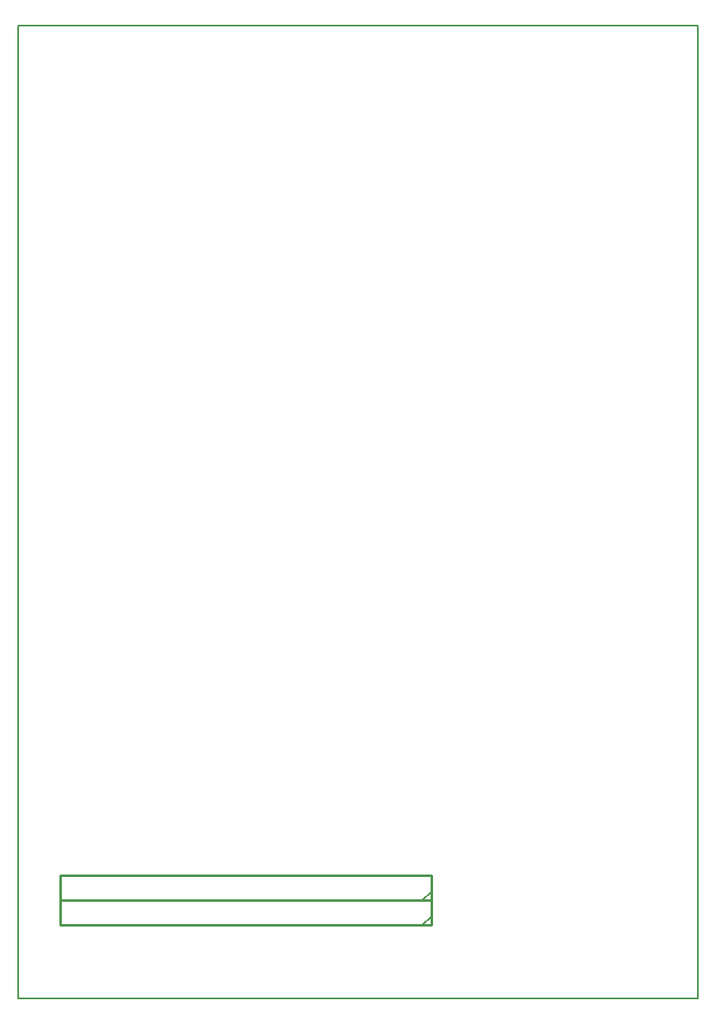
<source format=gbo>
G04 MADE WITH FRITZING*
G04 WWW.FRITZING.ORG*
G04 DOUBLE SIDED*
G04 HOLES PLATED*
G04 CONTOUR ON CENTER OF CONTOUR VECTOR*
%ASAXBY*%
%FSLAX23Y23*%
%MOIN*%
%OFA0B0*%
%SFA1.0B1.0*%
%ADD10R,2.755910X3.937010X2.739910X3.921010*%
%ADD11C,0.008000*%
%ADD12C,0.010000*%
%ADD13C,0.005000*%
%LNSILK0*%
G90*
G70*
G54D11*
X4Y3933D02*
X2752Y3933D01*
X2752Y4D01*
X4Y4D01*
X4Y3933D01*
D02*
G54D12*
X1674Y400D02*
X174Y400D01*
D02*
X174Y400D02*
X174Y500D01*
D02*
X174Y500D02*
X1674Y500D01*
D02*
X1674Y500D02*
X1674Y400D01*
G54D13*
D02*
X1639Y400D02*
X1674Y435D01*
G54D12*
D02*
X1674Y300D02*
X174Y300D01*
D02*
X174Y300D02*
X174Y400D01*
D02*
X174Y400D02*
X1674Y400D01*
D02*
X1674Y400D02*
X1674Y300D01*
G54D13*
D02*
X1639Y300D02*
X1674Y335D01*
G04 End of Silk0*
M02*
</source>
